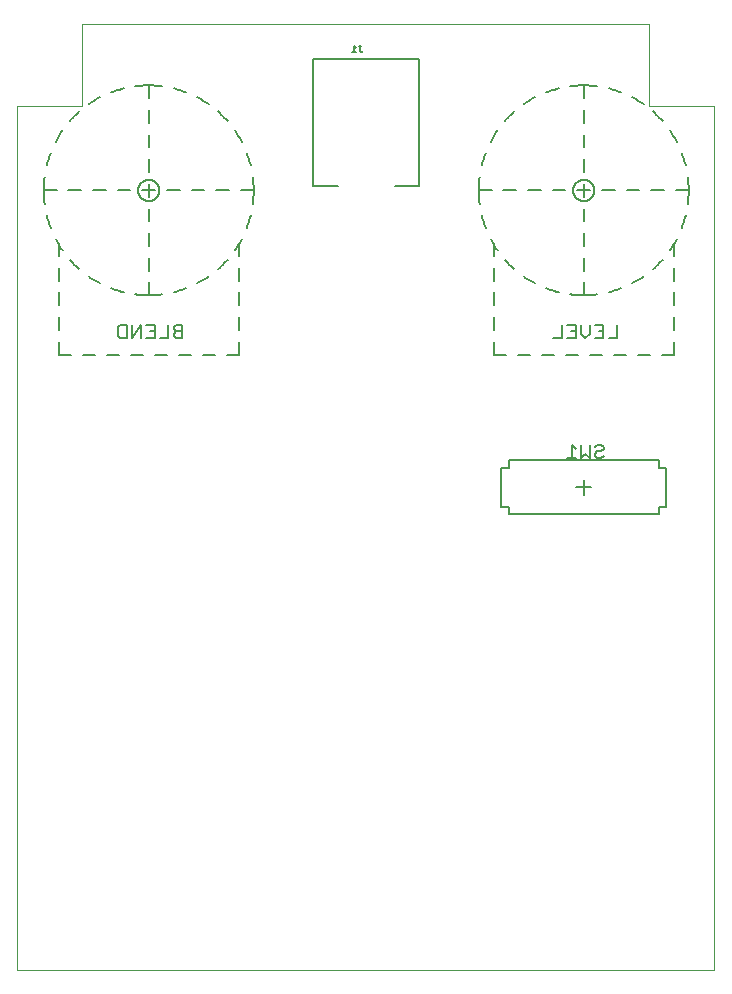
<source format=gbo>
G75*
%MOIN*%
%OFA0B0*%
%FSLAX25Y25*%
%IPPOS*%
%LPD*%
%AMOC8*
5,1,8,0,0,1.08239X$1,22.5*
%
%ADD10C,0.00500*%
%ADD11C,0.00600*%
%ADD12C,0.00800*%
%ADD13C,0.00000*%
D10*
X0019100Y0240063D02*
X0023155Y0240063D01*
X0027092Y0240063D02*
X0031147Y0240063D01*
X0035084Y0240063D02*
X0039139Y0240063D01*
X0043076Y0240063D02*
X0047131Y0240063D01*
X0051069Y0240063D02*
X0055124Y0240063D01*
X0059061Y0240063D02*
X0063116Y0240063D01*
X0067053Y0240063D02*
X0071108Y0240063D01*
X0075045Y0240063D02*
X0079100Y0240063D01*
X0079100Y0244401D01*
X0079100Y0248338D02*
X0079100Y0252676D01*
X0079100Y0256613D02*
X0079100Y0260950D01*
X0079100Y0264887D02*
X0079100Y0269225D01*
X0079100Y0273162D02*
X0079100Y0277500D01*
X0079822Y0295000D02*
X0084100Y0295000D01*
X0075885Y0295000D02*
X0071607Y0295000D01*
X0067670Y0295000D02*
X0063391Y0295000D01*
X0059454Y0295000D02*
X0055176Y0295000D01*
X0051239Y0295000D02*
X0046961Y0295000D01*
X0015107Y0303335D02*
X0015293Y0304058D01*
X0015493Y0304777D01*
X0015710Y0305492D01*
X0015941Y0306202D01*
X0016187Y0306907D01*
X0016449Y0307606D01*
X0018378Y0295000D02*
X0014100Y0295000D01*
X0022315Y0295000D02*
X0026593Y0295000D01*
X0030530Y0295000D02*
X0034809Y0295000D01*
X0038746Y0295000D02*
X0043024Y0295000D01*
X0022819Y0318115D02*
X0023318Y0318671D01*
X0023829Y0319215D01*
X0024351Y0319749D01*
X0024885Y0320271D01*
X0025429Y0320782D01*
X0025985Y0321281D01*
X0049100Y0321785D02*
X0049100Y0317507D01*
X0049100Y0313570D02*
X0049100Y0309291D01*
X0049100Y0305354D02*
X0049100Y0301076D01*
X0049100Y0297139D02*
X0049100Y0292861D01*
X0040764Y0261007D02*
X0040041Y0261193D01*
X0039322Y0261394D01*
X0038608Y0261610D01*
X0037898Y0261841D01*
X0037193Y0262088D01*
X0036494Y0262349D01*
X0049100Y0264278D02*
X0049100Y0260000D01*
X0049100Y0268215D02*
X0049100Y0272493D01*
X0049100Y0276430D02*
X0049100Y0280709D01*
X0049100Y0284646D02*
X0049100Y0288924D01*
X0057436Y0261007D02*
X0058159Y0261193D01*
X0058878Y0261394D01*
X0059592Y0261610D01*
X0060302Y0261841D01*
X0061007Y0262088D01*
X0061706Y0262349D01*
X0020391Y0274981D02*
X0019970Y0275598D01*
X0019563Y0276223D01*
X0019169Y0276857D01*
X0018789Y0277500D01*
X0018423Y0278150D01*
X0018070Y0278809D01*
X0019100Y0277500D02*
X0019100Y0273162D01*
X0019100Y0269225D02*
X0019100Y0264887D01*
X0019100Y0260950D02*
X0019100Y0256613D01*
X0019100Y0252676D02*
X0019100Y0248338D01*
X0019100Y0244401D02*
X0019100Y0240063D01*
X0077809Y0274981D02*
X0078230Y0275598D01*
X0078637Y0276223D01*
X0079031Y0276857D01*
X0079411Y0277500D01*
X0079777Y0278150D01*
X0080130Y0278809D01*
X0083093Y0303335D02*
X0082907Y0304058D01*
X0082707Y0304777D01*
X0082490Y0305492D01*
X0082259Y0306202D01*
X0082013Y0306907D01*
X0081751Y0307606D01*
X0075381Y0318115D02*
X0074882Y0318671D01*
X0074371Y0319215D01*
X0073849Y0319749D01*
X0073315Y0320271D01*
X0072771Y0320782D01*
X0072215Y0321281D01*
X0049100Y0325722D02*
X0049100Y0330000D01*
X0057435Y0328993D02*
X0058158Y0328807D01*
X0058877Y0328607D01*
X0059592Y0328390D01*
X0060302Y0328159D01*
X0061007Y0327913D01*
X0061706Y0327651D01*
X0083814Y0299467D02*
X0083901Y0298725D01*
X0083973Y0297982D01*
X0084028Y0297238D01*
X0084068Y0296492D01*
X0084092Y0295746D01*
X0084100Y0295000D01*
X0080130Y0311191D02*
X0079777Y0311849D01*
X0079411Y0312500D01*
X0079031Y0313142D01*
X0078637Y0313777D01*
X0078230Y0314402D01*
X0077809Y0315019D01*
X0053567Y0329714D02*
X0052825Y0329801D01*
X0052082Y0329873D01*
X0051338Y0329928D01*
X0050592Y0329968D01*
X0049846Y0329992D01*
X0049100Y0330000D01*
X0040765Y0328993D02*
X0040042Y0328807D01*
X0039323Y0328607D01*
X0038608Y0328390D01*
X0037898Y0328159D01*
X0037193Y0327913D01*
X0036494Y0327651D01*
X0044633Y0329714D02*
X0045375Y0329801D01*
X0046118Y0329873D01*
X0046862Y0329928D01*
X0047608Y0329968D01*
X0048354Y0329992D01*
X0049100Y0330000D01*
X0065291Y0326030D02*
X0065949Y0325677D01*
X0066600Y0325311D01*
X0067242Y0324931D01*
X0067877Y0324537D01*
X0068502Y0324130D01*
X0069119Y0323709D01*
X0032909Y0326030D02*
X0032251Y0325677D01*
X0031600Y0325311D01*
X0030958Y0324931D01*
X0030323Y0324537D01*
X0029698Y0324130D01*
X0029081Y0323709D01*
X0014386Y0299467D02*
X0014299Y0298725D01*
X0014227Y0297982D01*
X0014172Y0297238D01*
X0014132Y0296492D01*
X0014108Y0295746D01*
X0014100Y0295000D01*
X0018070Y0311191D02*
X0018423Y0311849D01*
X0018789Y0312500D01*
X0019169Y0313142D01*
X0019563Y0313777D01*
X0019970Y0314402D01*
X0020391Y0315019D01*
X0015107Y0286664D02*
X0015293Y0285941D01*
X0015494Y0285222D01*
X0015710Y0284508D01*
X0015941Y0283798D01*
X0016188Y0283093D01*
X0016449Y0282394D01*
X0049100Y0260000D02*
X0049847Y0260008D01*
X0050593Y0260032D01*
X0051338Y0260072D01*
X0052083Y0260127D01*
X0052826Y0260199D01*
X0053567Y0260286D01*
X0025985Y0268719D02*
X0025429Y0269218D01*
X0024885Y0269729D01*
X0024351Y0270251D01*
X0023829Y0270785D01*
X0023318Y0271329D01*
X0022819Y0271885D01*
X0072215Y0268719D02*
X0072771Y0269218D01*
X0073315Y0269729D01*
X0073849Y0270251D01*
X0074371Y0270785D01*
X0074882Y0271329D01*
X0075381Y0271885D01*
X0049100Y0260000D02*
X0048353Y0260008D01*
X0047607Y0260032D01*
X0046862Y0260072D01*
X0046117Y0260127D01*
X0045374Y0260199D01*
X0044633Y0260286D01*
X0045565Y0295000D02*
X0045567Y0295119D01*
X0045573Y0295237D01*
X0045583Y0295356D01*
X0045597Y0295474D01*
X0045615Y0295591D01*
X0045637Y0295708D01*
X0045662Y0295824D01*
X0045692Y0295939D01*
X0045725Y0296053D01*
X0045763Y0296166D01*
X0045804Y0296277D01*
X0045848Y0296387D01*
X0045897Y0296495D01*
X0045949Y0296602D01*
X0046005Y0296707D01*
X0046064Y0296810D01*
X0046126Y0296911D01*
X0046192Y0297010D01*
X0046261Y0297107D01*
X0046334Y0297201D01*
X0046409Y0297292D01*
X0046488Y0297382D01*
X0046569Y0297468D01*
X0046653Y0297552D01*
X0046741Y0297632D01*
X0046830Y0297710D01*
X0046923Y0297785D01*
X0047017Y0297856D01*
X0047115Y0297925D01*
X0047214Y0297990D01*
X0047315Y0298051D01*
X0047419Y0298110D01*
X0047524Y0298164D01*
X0047632Y0298216D01*
X0047740Y0298263D01*
X0047851Y0298307D01*
X0047963Y0298347D01*
X0048076Y0298383D01*
X0048190Y0298416D01*
X0048305Y0298444D01*
X0048421Y0298469D01*
X0048538Y0298490D01*
X0048656Y0298507D01*
X0048774Y0298520D01*
X0048892Y0298529D01*
X0049011Y0298534D01*
X0049130Y0298535D01*
X0049248Y0298532D01*
X0049367Y0298525D01*
X0049485Y0298514D01*
X0049603Y0298499D01*
X0049720Y0298480D01*
X0049837Y0298457D01*
X0049953Y0298431D01*
X0050067Y0298400D01*
X0050181Y0298366D01*
X0050294Y0298327D01*
X0050405Y0298285D01*
X0050514Y0298240D01*
X0050622Y0298190D01*
X0050729Y0298137D01*
X0050833Y0298081D01*
X0050936Y0298021D01*
X0051036Y0297958D01*
X0051134Y0297891D01*
X0051230Y0297821D01*
X0051324Y0297748D01*
X0051415Y0297672D01*
X0051503Y0297592D01*
X0051589Y0297510D01*
X0051672Y0297425D01*
X0051752Y0297337D01*
X0051829Y0297247D01*
X0051903Y0297154D01*
X0051974Y0297059D01*
X0052041Y0296961D01*
X0052106Y0296861D01*
X0052166Y0296759D01*
X0052224Y0296655D01*
X0052278Y0296549D01*
X0052328Y0296441D01*
X0052374Y0296332D01*
X0052417Y0296221D01*
X0052456Y0296109D01*
X0052492Y0295996D01*
X0052523Y0295881D01*
X0052551Y0295766D01*
X0052575Y0295650D01*
X0052595Y0295532D01*
X0052611Y0295415D01*
X0052623Y0295297D01*
X0052631Y0295178D01*
X0052635Y0295059D01*
X0052635Y0294941D01*
X0052631Y0294822D01*
X0052623Y0294703D01*
X0052611Y0294585D01*
X0052595Y0294468D01*
X0052575Y0294350D01*
X0052551Y0294234D01*
X0052523Y0294119D01*
X0052492Y0294004D01*
X0052456Y0293891D01*
X0052417Y0293779D01*
X0052374Y0293668D01*
X0052328Y0293559D01*
X0052278Y0293451D01*
X0052224Y0293345D01*
X0052166Y0293241D01*
X0052106Y0293139D01*
X0052041Y0293039D01*
X0051974Y0292941D01*
X0051903Y0292846D01*
X0051829Y0292753D01*
X0051752Y0292663D01*
X0051672Y0292575D01*
X0051589Y0292490D01*
X0051503Y0292408D01*
X0051415Y0292328D01*
X0051324Y0292252D01*
X0051230Y0292179D01*
X0051134Y0292109D01*
X0051036Y0292042D01*
X0050936Y0291979D01*
X0050833Y0291919D01*
X0050729Y0291863D01*
X0050622Y0291810D01*
X0050514Y0291760D01*
X0050405Y0291715D01*
X0050294Y0291673D01*
X0050181Y0291634D01*
X0050067Y0291600D01*
X0049953Y0291569D01*
X0049837Y0291543D01*
X0049720Y0291520D01*
X0049603Y0291501D01*
X0049485Y0291486D01*
X0049367Y0291475D01*
X0049248Y0291468D01*
X0049130Y0291465D01*
X0049011Y0291466D01*
X0048892Y0291471D01*
X0048774Y0291480D01*
X0048656Y0291493D01*
X0048538Y0291510D01*
X0048421Y0291531D01*
X0048305Y0291556D01*
X0048190Y0291584D01*
X0048076Y0291617D01*
X0047963Y0291653D01*
X0047851Y0291693D01*
X0047740Y0291737D01*
X0047632Y0291784D01*
X0047524Y0291836D01*
X0047419Y0291890D01*
X0047315Y0291949D01*
X0047214Y0292010D01*
X0047115Y0292075D01*
X0047017Y0292144D01*
X0046923Y0292215D01*
X0046830Y0292290D01*
X0046741Y0292368D01*
X0046653Y0292448D01*
X0046569Y0292532D01*
X0046488Y0292618D01*
X0046409Y0292708D01*
X0046334Y0292799D01*
X0046261Y0292893D01*
X0046192Y0292990D01*
X0046126Y0293089D01*
X0046064Y0293190D01*
X0046005Y0293293D01*
X0045949Y0293398D01*
X0045897Y0293505D01*
X0045848Y0293613D01*
X0045804Y0293723D01*
X0045763Y0293834D01*
X0045725Y0293947D01*
X0045692Y0294061D01*
X0045662Y0294176D01*
X0045637Y0294292D01*
X0045615Y0294409D01*
X0045597Y0294526D01*
X0045583Y0294644D01*
X0045573Y0294763D01*
X0045567Y0294881D01*
X0045565Y0295000D01*
X0083814Y0290533D02*
X0083901Y0291274D01*
X0083973Y0292017D01*
X0084028Y0292762D01*
X0084068Y0293507D01*
X0084092Y0294253D01*
X0084100Y0295000D01*
X0014386Y0290533D02*
X0014299Y0291274D01*
X0014227Y0292017D01*
X0014172Y0292762D01*
X0014132Y0293507D01*
X0014108Y0294253D01*
X0014100Y0295000D01*
X0065291Y0263970D02*
X0065950Y0264323D01*
X0066600Y0264689D01*
X0067243Y0265069D01*
X0067877Y0265463D01*
X0068502Y0265870D01*
X0069119Y0266291D01*
X0032909Y0263970D02*
X0032250Y0264323D01*
X0031600Y0264689D01*
X0030957Y0265069D01*
X0030323Y0265463D01*
X0029698Y0265870D01*
X0029081Y0266291D01*
X0081751Y0282394D02*
X0082012Y0283093D01*
X0082259Y0283798D01*
X0082490Y0284508D01*
X0082706Y0285222D01*
X0082907Y0285941D01*
X0083093Y0286664D01*
X0116892Y0341175D02*
X0118160Y0341175D01*
X0117526Y0341175D02*
X0117526Y0343077D01*
X0118160Y0342443D01*
X0119102Y0343077D02*
X0119736Y0343077D01*
X0119419Y0343077D02*
X0119419Y0341492D01*
X0119736Y0341175D01*
X0120053Y0341175D01*
X0120370Y0341492D01*
X0159100Y0295000D02*
X0163378Y0295000D01*
X0167315Y0295000D02*
X0171593Y0295000D01*
X0175530Y0295000D02*
X0179809Y0295000D01*
X0183746Y0295000D02*
X0188024Y0295000D01*
X0191961Y0295000D02*
X0196239Y0295000D01*
X0228093Y0303335D02*
X0227907Y0304058D01*
X0227707Y0304777D01*
X0227490Y0305492D01*
X0227259Y0306202D01*
X0227013Y0306907D01*
X0226751Y0307606D01*
X0224822Y0295000D02*
X0229100Y0295000D01*
X0220885Y0295000D02*
X0216607Y0295000D01*
X0212670Y0295000D02*
X0208391Y0295000D01*
X0204454Y0295000D02*
X0200176Y0295000D01*
X0220381Y0318115D02*
X0219882Y0318671D01*
X0219371Y0319215D01*
X0218849Y0319749D01*
X0218315Y0320271D01*
X0217771Y0320782D01*
X0217215Y0321281D01*
X0194100Y0321785D02*
X0194100Y0317507D01*
X0194100Y0313570D02*
X0194100Y0309291D01*
X0194100Y0305354D02*
X0194100Y0301076D01*
X0194100Y0297139D02*
X0194100Y0292861D01*
X0185764Y0261007D02*
X0185041Y0261193D01*
X0184322Y0261394D01*
X0183608Y0261610D01*
X0182898Y0261841D01*
X0182193Y0262088D01*
X0181494Y0262349D01*
X0194100Y0264278D02*
X0194100Y0260000D01*
X0194100Y0268215D02*
X0194100Y0272493D01*
X0194100Y0276430D02*
X0194100Y0280709D01*
X0194100Y0284646D02*
X0194100Y0288924D01*
X0202436Y0261007D02*
X0203159Y0261193D01*
X0203878Y0261394D01*
X0204592Y0261610D01*
X0205302Y0261841D01*
X0206007Y0262088D01*
X0206706Y0262349D01*
X0208116Y0240063D02*
X0204061Y0240063D01*
X0200124Y0240063D02*
X0196069Y0240063D01*
X0192131Y0240063D02*
X0188076Y0240063D01*
X0184139Y0240063D02*
X0180084Y0240063D01*
X0176147Y0240063D02*
X0172092Y0240063D01*
X0168155Y0240063D02*
X0164100Y0240063D01*
X0164100Y0244401D01*
X0164100Y0248338D02*
X0164100Y0252676D01*
X0164100Y0256613D02*
X0164100Y0260950D01*
X0164100Y0264887D02*
X0164100Y0269225D01*
X0164100Y0273162D02*
X0164100Y0277500D01*
X0160107Y0303335D02*
X0160293Y0304058D01*
X0160493Y0304777D01*
X0160710Y0305492D01*
X0160941Y0306202D01*
X0161187Y0306907D01*
X0161449Y0307606D01*
X0167819Y0318115D02*
X0168318Y0318671D01*
X0168829Y0319215D01*
X0169351Y0319749D01*
X0169885Y0320271D01*
X0170429Y0320782D01*
X0170985Y0321281D01*
X0194100Y0325722D02*
X0194100Y0330000D01*
X0202435Y0328993D02*
X0203158Y0328807D01*
X0203877Y0328607D01*
X0204592Y0328390D01*
X0205302Y0328159D01*
X0206007Y0327913D01*
X0206706Y0327651D01*
X0228814Y0299467D02*
X0228901Y0298725D01*
X0228973Y0297982D01*
X0229028Y0297238D01*
X0229068Y0296492D01*
X0229092Y0295746D01*
X0229100Y0295000D01*
X0224100Y0277500D02*
X0224100Y0273162D01*
X0224100Y0269225D02*
X0224100Y0264887D01*
X0224100Y0260950D02*
X0224100Y0256613D01*
X0224100Y0252676D02*
X0224100Y0248338D01*
X0224100Y0244401D02*
X0224100Y0240063D01*
X0220045Y0240063D01*
X0216108Y0240063D02*
X0212053Y0240063D01*
X0200005Y0210254D02*
X0198504Y0210254D01*
X0197753Y0209503D01*
X0198504Y0208002D02*
X0197753Y0207251D01*
X0197753Y0206501D01*
X0198504Y0205750D01*
X0200005Y0205750D01*
X0200756Y0206501D01*
X0200005Y0208002D02*
X0198504Y0208002D01*
X0200005Y0208002D02*
X0200756Y0208753D01*
X0200756Y0209503D01*
X0200005Y0210254D01*
X0196152Y0210254D02*
X0196152Y0205750D01*
X0194651Y0207251D01*
X0193149Y0205750D01*
X0193149Y0210254D01*
X0191548Y0208753D02*
X0190047Y0210254D01*
X0190047Y0205750D01*
X0191548Y0205750D02*
X0188545Y0205750D01*
X0194100Y0198500D02*
X0194100Y0193500D01*
X0196600Y0196000D02*
X0191600Y0196000D01*
X0165391Y0274981D02*
X0164970Y0275598D01*
X0164563Y0276223D01*
X0164169Y0276857D01*
X0163789Y0277500D01*
X0163423Y0278150D01*
X0163070Y0278809D01*
X0163070Y0311191D02*
X0163423Y0311849D01*
X0163789Y0312500D01*
X0164169Y0313142D01*
X0164563Y0313777D01*
X0164970Y0314402D01*
X0165391Y0315019D01*
X0181494Y0327651D02*
X0182193Y0327913D01*
X0182898Y0328159D01*
X0183608Y0328390D01*
X0184323Y0328607D01*
X0185042Y0328807D01*
X0185765Y0328993D01*
X0159386Y0299467D02*
X0159299Y0298725D01*
X0159227Y0297982D01*
X0159172Y0297238D01*
X0159132Y0296492D01*
X0159108Y0295746D01*
X0159100Y0295000D01*
X0189633Y0329714D02*
X0190375Y0329801D01*
X0191118Y0329873D01*
X0191862Y0329928D01*
X0192608Y0329968D01*
X0193354Y0329992D01*
X0194100Y0330000D01*
X0210291Y0326030D02*
X0210949Y0325677D01*
X0211600Y0325311D01*
X0212242Y0324931D01*
X0212877Y0324537D01*
X0213502Y0324130D01*
X0214119Y0323709D01*
X0198567Y0329714D02*
X0197825Y0329801D01*
X0197082Y0329873D01*
X0196338Y0329928D01*
X0195592Y0329968D01*
X0194846Y0329992D01*
X0194100Y0330000D01*
X0177909Y0326030D02*
X0177251Y0325677D01*
X0176600Y0325311D01*
X0175958Y0324931D01*
X0175323Y0324537D01*
X0174698Y0324130D01*
X0174081Y0323709D01*
X0222809Y0315019D02*
X0223230Y0314402D01*
X0223637Y0313777D01*
X0224031Y0313142D01*
X0224411Y0312500D01*
X0224777Y0311849D01*
X0225130Y0311191D01*
X0159100Y0295000D02*
X0159108Y0294253D01*
X0159132Y0293507D01*
X0159172Y0292762D01*
X0159227Y0292017D01*
X0159299Y0291274D01*
X0159386Y0290533D01*
X0194100Y0260000D02*
X0194847Y0260008D01*
X0195593Y0260032D01*
X0196338Y0260072D01*
X0197083Y0260127D01*
X0197826Y0260199D01*
X0198567Y0260286D01*
X0170985Y0268719D02*
X0170429Y0269218D01*
X0169885Y0269729D01*
X0169351Y0270251D01*
X0168829Y0270785D01*
X0168318Y0271329D01*
X0167819Y0271885D01*
X0222809Y0274981D02*
X0223230Y0275598D01*
X0223637Y0276223D01*
X0224031Y0276857D01*
X0224411Y0277500D01*
X0224777Y0278150D01*
X0225130Y0278809D01*
X0194100Y0260000D02*
X0193353Y0260008D01*
X0192607Y0260032D01*
X0191862Y0260072D01*
X0191117Y0260127D01*
X0190374Y0260199D01*
X0189633Y0260286D01*
X0217215Y0268719D02*
X0217771Y0269218D01*
X0218315Y0269729D01*
X0218849Y0270251D01*
X0219371Y0270785D01*
X0219882Y0271329D01*
X0220381Y0271885D01*
X0190565Y0295000D02*
X0190567Y0295119D01*
X0190573Y0295237D01*
X0190583Y0295356D01*
X0190597Y0295474D01*
X0190615Y0295591D01*
X0190637Y0295708D01*
X0190662Y0295824D01*
X0190692Y0295939D01*
X0190725Y0296053D01*
X0190763Y0296166D01*
X0190804Y0296277D01*
X0190848Y0296387D01*
X0190897Y0296495D01*
X0190949Y0296602D01*
X0191005Y0296707D01*
X0191064Y0296810D01*
X0191126Y0296911D01*
X0191192Y0297010D01*
X0191261Y0297107D01*
X0191334Y0297201D01*
X0191409Y0297292D01*
X0191488Y0297382D01*
X0191569Y0297468D01*
X0191653Y0297552D01*
X0191741Y0297632D01*
X0191830Y0297710D01*
X0191923Y0297785D01*
X0192017Y0297856D01*
X0192115Y0297925D01*
X0192214Y0297990D01*
X0192315Y0298051D01*
X0192419Y0298110D01*
X0192524Y0298164D01*
X0192632Y0298216D01*
X0192740Y0298263D01*
X0192851Y0298307D01*
X0192963Y0298347D01*
X0193076Y0298383D01*
X0193190Y0298416D01*
X0193305Y0298444D01*
X0193421Y0298469D01*
X0193538Y0298490D01*
X0193656Y0298507D01*
X0193774Y0298520D01*
X0193892Y0298529D01*
X0194011Y0298534D01*
X0194130Y0298535D01*
X0194248Y0298532D01*
X0194367Y0298525D01*
X0194485Y0298514D01*
X0194603Y0298499D01*
X0194720Y0298480D01*
X0194837Y0298457D01*
X0194953Y0298431D01*
X0195067Y0298400D01*
X0195181Y0298366D01*
X0195294Y0298327D01*
X0195405Y0298285D01*
X0195514Y0298240D01*
X0195622Y0298190D01*
X0195729Y0298137D01*
X0195833Y0298081D01*
X0195936Y0298021D01*
X0196036Y0297958D01*
X0196134Y0297891D01*
X0196230Y0297821D01*
X0196324Y0297748D01*
X0196415Y0297672D01*
X0196503Y0297592D01*
X0196589Y0297510D01*
X0196672Y0297425D01*
X0196752Y0297337D01*
X0196829Y0297247D01*
X0196903Y0297154D01*
X0196974Y0297059D01*
X0197041Y0296961D01*
X0197106Y0296861D01*
X0197166Y0296759D01*
X0197224Y0296655D01*
X0197278Y0296549D01*
X0197328Y0296441D01*
X0197374Y0296332D01*
X0197417Y0296221D01*
X0197456Y0296109D01*
X0197492Y0295996D01*
X0197523Y0295881D01*
X0197551Y0295766D01*
X0197575Y0295650D01*
X0197595Y0295532D01*
X0197611Y0295415D01*
X0197623Y0295297D01*
X0197631Y0295178D01*
X0197635Y0295059D01*
X0197635Y0294941D01*
X0197631Y0294822D01*
X0197623Y0294703D01*
X0197611Y0294585D01*
X0197595Y0294468D01*
X0197575Y0294350D01*
X0197551Y0294234D01*
X0197523Y0294119D01*
X0197492Y0294004D01*
X0197456Y0293891D01*
X0197417Y0293779D01*
X0197374Y0293668D01*
X0197328Y0293559D01*
X0197278Y0293451D01*
X0197224Y0293345D01*
X0197166Y0293241D01*
X0197106Y0293139D01*
X0197041Y0293039D01*
X0196974Y0292941D01*
X0196903Y0292846D01*
X0196829Y0292753D01*
X0196752Y0292663D01*
X0196672Y0292575D01*
X0196589Y0292490D01*
X0196503Y0292408D01*
X0196415Y0292328D01*
X0196324Y0292252D01*
X0196230Y0292179D01*
X0196134Y0292109D01*
X0196036Y0292042D01*
X0195936Y0291979D01*
X0195833Y0291919D01*
X0195729Y0291863D01*
X0195622Y0291810D01*
X0195514Y0291760D01*
X0195405Y0291715D01*
X0195294Y0291673D01*
X0195181Y0291634D01*
X0195067Y0291600D01*
X0194953Y0291569D01*
X0194837Y0291543D01*
X0194720Y0291520D01*
X0194603Y0291501D01*
X0194485Y0291486D01*
X0194367Y0291475D01*
X0194248Y0291468D01*
X0194130Y0291465D01*
X0194011Y0291466D01*
X0193892Y0291471D01*
X0193774Y0291480D01*
X0193656Y0291493D01*
X0193538Y0291510D01*
X0193421Y0291531D01*
X0193305Y0291556D01*
X0193190Y0291584D01*
X0193076Y0291617D01*
X0192963Y0291653D01*
X0192851Y0291693D01*
X0192740Y0291737D01*
X0192632Y0291784D01*
X0192524Y0291836D01*
X0192419Y0291890D01*
X0192315Y0291949D01*
X0192214Y0292010D01*
X0192115Y0292075D01*
X0192017Y0292144D01*
X0191923Y0292215D01*
X0191830Y0292290D01*
X0191741Y0292368D01*
X0191653Y0292448D01*
X0191569Y0292532D01*
X0191488Y0292618D01*
X0191409Y0292708D01*
X0191334Y0292799D01*
X0191261Y0292893D01*
X0191192Y0292990D01*
X0191126Y0293089D01*
X0191064Y0293190D01*
X0191005Y0293293D01*
X0190949Y0293398D01*
X0190897Y0293505D01*
X0190848Y0293613D01*
X0190804Y0293723D01*
X0190763Y0293834D01*
X0190725Y0293947D01*
X0190692Y0294061D01*
X0190662Y0294176D01*
X0190637Y0294292D01*
X0190615Y0294409D01*
X0190597Y0294526D01*
X0190583Y0294644D01*
X0190573Y0294763D01*
X0190567Y0294881D01*
X0190565Y0295000D01*
X0160107Y0286664D02*
X0160293Y0285941D01*
X0160494Y0285222D01*
X0160710Y0284508D01*
X0160941Y0283798D01*
X0161188Y0283093D01*
X0161449Y0282394D01*
X0228814Y0290533D02*
X0228901Y0291274D01*
X0228973Y0292017D01*
X0229028Y0292762D01*
X0229068Y0293507D01*
X0229092Y0294253D01*
X0229100Y0295000D01*
X0228093Y0286664D02*
X0227907Y0285941D01*
X0227706Y0285222D01*
X0227490Y0284508D01*
X0227259Y0283798D01*
X0227012Y0283093D01*
X0226751Y0282394D01*
X0177909Y0263970D02*
X0177250Y0264323D01*
X0176600Y0264689D01*
X0175957Y0265069D01*
X0175323Y0265463D01*
X0174698Y0265870D01*
X0174081Y0266291D01*
X0210291Y0263970D02*
X0210950Y0264323D01*
X0211600Y0264689D01*
X0212243Y0265069D01*
X0212877Y0265463D01*
X0213502Y0265870D01*
X0214119Y0266291D01*
D11*
X0205310Y0250204D02*
X0205310Y0245800D01*
X0202374Y0245800D01*
X0200706Y0245800D02*
X0200706Y0250204D01*
X0197770Y0250204D01*
X0196102Y0250204D02*
X0196102Y0247268D01*
X0194634Y0245800D01*
X0193166Y0247268D01*
X0193166Y0250204D01*
X0191498Y0250204D02*
X0191498Y0245800D01*
X0188562Y0245800D01*
X0186894Y0245800D02*
X0186894Y0250204D01*
X0188562Y0250204D02*
X0191498Y0250204D01*
X0191498Y0248002D02*
X0190030Y0248002D01*
X0186894Y0245800D02*
X0183958Y0245800D01*
X0197770Y0245800D02*
X0200706Y0245800D01*
X0200706Y0248002D02*
X0199238Y0248002D01*
X0219100Y0205000D02*
X0169100Y0205000D01*
X0169100Y0203000D01*
X0169100Y0202500D01*
X0166600Y0202500D01*
X0166600Y0189500D01*
X0169100Y0189500D01*
X0169100Y0187000D01*
X0219100Y0187000D01*
X0219100Y0189500D01*
X0221600Y0189500D01*
X0221600Y0202500D01*
X0219100Y0202500D01*
X0219100Y0203000D01*
X0219100Y0205000D01*
X0060310Y0245800D02*
X0058108Y0245800D01*
X0057374Y0246534D01*
X0057374Y0247268D01*
X0058108Y0248002D01*
X0060310Y0248002D01*
X0060310Y0250204D02*
X0058108Y0250204D01*
X0057374Y0249470D01*
X0057374Y0248736D01*
X0058108Y0248002D01*
X0060310Y0245800D02*
X0060310Y0250204D01*
X0055706Y0250204D02*
X0055706Y0245800D01*
X0052770Y0245800D01*
X0051102Y0245800D02*
X0048166Y0245800D01*
X0046498Y0245800D02*
X0046498Y0250204D01*
X0043562Y0245800D01*
X0043562Y0250204D01*
X0041894Y0250204D02*
X0041894Y0245800D01*
X0039692Y0245800D01*
X0038958Y0246534D01*
X0038958Y0249470D01*
X0039692Y0250204D01*
X0041894Y0250204D01*
X0048166Y0250204D02*
X0051102Y0250204D01*
X0051102Y0245800D01*
X0051102Y0248002D02*
X0049634Y0248002D01*
D12*
X0103883Y0296588D02*
X0112151Y0296588D01*
X0103883Y0296588D02*
X0103883Y0338714D01*
X0139317Y0338714D01*
X0139317Y0317848D01*
X0139300Y0318700D02*
X0139300Y0299325D01*
X0139317Y0299344D02*
X0139317Y0296588D01*
X0131049Y0296588D01*
D13*
X0237633Y0035000D02*
X0005350Y0035000D01*
X0005350Y0323031D01*
X0027004Y0323031D01*
X0027004Y0350591D01*
X0215980Y0350591D01*
X0215980Y0323031D01*
X0237633Y0323031D01*
X0237633Y0035000D01*
M02*

</source>
